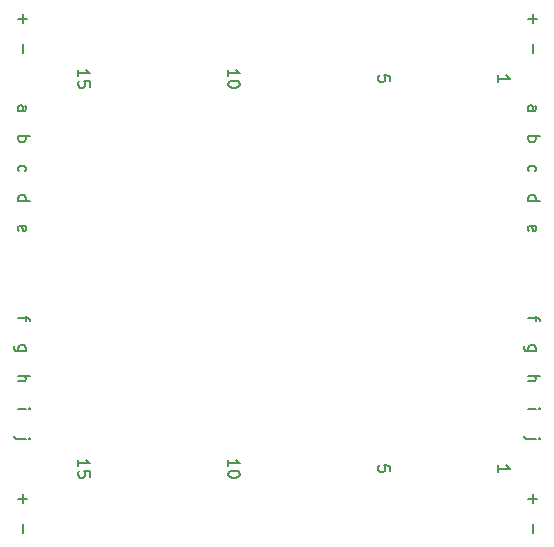
<source format=gbr>
%TF.GenerationSoftware,KiCad,Pcbnew,5.1.9-73d0e3b20d~88~ubuntu20.04.1*%
%TF.CreationDate,2021-01-27T17:21:51-06:00*%
%TF.ProjectId,ProtoPCBs,50726f74-6f50-4434-9273-2e6b69636164,rev?*%
%TF.SameCoordinates,Original*%
%TF.FileFunction,Legend,Top*%
%TF.FilePolarity,Positive*%
%FSLAX46Y46*%
G04 Gerber Fmt 4.6, Leading zero omitted, Abs format (unit mm)*
G04 Created by KiCad (PCBNEW 5.1.9-73d0e3b20d~88~ubuntu20.04.1) date 2021-01-27 17:21:51*
%MOMM*%
%LPD*%
G01*
G04 APERTURE LIST*
%ADD10C,0.150000*%
G04 APERTURE END LIST*
D10*
X190047619Y-66254285D02*
X190571428Y-66254285D01*
X190666666Y-66206666D01*
X190714285Y-66111428D01*
X190714285Y-65920952D01*
X190666666Y-65825714D01*
X190095238Y-66254285D02*
X190047619Y-66159047D01*
X190047619Y-65920952D01*
X190095238Y-65825714D01*
X190190476Y-65778095D01*
X190285714Y-65778095D01*
X190380952Y-65825714D01*
X190428571Y-65920952D01*
X190428571Y-66159047D01*
X190476190Y-66254285D01*
X190047619Y-68365714D02*
X191047619Y-68365714D01*
X190666666Y-68365714D02*
X190714285Y-68460952D01*
X190714285Y-68651428D01*
X190666666Y-68746666D01*
X190619047Y-68794285D01*
X190523809Y-68841904D01*
X190238095Y-68841904D01*
X190142857Y-68794285D01*
X190095238Y-68746666D01*
X190047619Y-68651428D01*
X190047619Y-68460952D01*
X190095238Y-68365714D01*
X190095238Y-71358095D02*
X190047619Y-71262857D01*
X190047619Y-71072380D01*
X190095238Y-70977142D01*
X190142857Y-70929523D01*
X190238095Y-70881904D01*
X190523809Y-70881904D01*
X190619047Y-70929523D01*
X190666666Y-70977142D01*
X190714285Y-71072380D01*
X190714285Y-71262857D01*
X190666666Y-71358095D01*
X190047619Y-73874285D02*
X191047619Y-73874285D01*
X190095238Y-73874285D02*
X190047619Y-73779047D01*
X190047619Y-73588571D01*
X190095238Y-73493333D01*
X190142857Y-73445714D01*
X190238095Y-73398095D01*
X190523809Y-73398095D01*
X190619047Y-73445714D01*
X190666666Y-73493333D01*
X190714285Y-73588571D01*
X190714285Y-73779047D01*
X190666666Y-73874285D01*
X190095238Y-76390476D02*
X190047619Y-76295238D01*
X190047619Y-76104761D01*
X190095238Y-76009523D01*
X190190476Y-75961904D01*
X190571428Y-75961904D01*
X190666666Y-76009523D01*
X190714285Y-76104761D01*
X190714285Y-76295238D01*
X190666666Y-76390476D01*
X190571428Y-76438095D01*
X190476190Y-76438095D01*
X190380952Y-75961904D01*
X190714285Y-83629523D02*
X190714285Y-84010476D01*
X190047619Y-83772380D02*
X190904761Y-83772380D01*
X191000000Y-83820000D01*
X191047619Y-83915238D01*
X191047619Y-84010476D01*
X190714285Y-86574285D02*
X189904761Y-86574285D01*
X189809523Y-86526666D01*
X189761904Y-86479047D01*
X189714285Y-86383809D01*
X189714285Y-86240952D01*
X189761904Y-86145714D01*
X190095238Y-86574285D02*
X190047619Y-86479047D01*
X190047619Y-86288571D01*
X190095238Y-86193333D01*
X190142857Y-86145714D01*
X190238095Y-86098095D01*
X190523809Y-86098095D01*
X190619047Y-86145714D01*
X190666666Y-86193333D01*
X190714285Y-86288571D01*
X190714285Y-86479047D01*
X190666666Y-86574285D01*
X190047619Y-88685714D02*
X191047619Y-88685714D01*
X190047619Y-89114285D02*
X190571428Y-89114285D01*
X190666666Y-89066666D01*
X190714285Y-88971428D01*
X190714285Y-88828571D01*
X190666666Y-88733333D01*
X190619047Y-88685714D01*
X190047619Y-91440000D02*
X190714285Y-91440000D01*
X191047619Y-91440000D02*
X191000000Y-91392380D01*
X190952380Y-91440000D01*
X191000000Y-91487619D01*
X191047619Y-91440000D01*
X190952380Y-91440000D01*
X190714285Y-93980000D02*
X189857142Y-93980000D01*
X189761904Y-93932380D01*
X189714285Y-93837142D01*
X189714285Y-93789523D01*
X191047619Y-93980000D02*
X191000000Y-93932380D01*
X190952380Y-93980000D01*
X191000000Y-94027619D01*
X191047619Y-93980000D01*
X190952380Y-93980000D01*
X190428571Y-101219047D02*
X190428571Y-101980952D01*
X190428571Y-98679047D02*
X190428571Y-99440952D01*
X190047619Y-99060000D02*
X190809523Y-99060000D01*
X190428571Y-58039047D02*
X190428571Y-58800952D01*
X190047619Y-58420000D02*
X190809523Y-58420000D01*
X190428571Y-60579047D02*
X190428571Y-61340952D01*
X233608571Y-60579047D02*
X233608571Y-61340952D01*
X233608571Y-58039047D02*
X233608571Y-58800952D01*
X233227619Y-58420000D02*
X233989523Y-58420000D01*
X233608571Y-98679047D02*
X233608571Y-99440952D01*
X233227619Y-99060000D02*
X233989523Y-99060000D01*
X233608571Y-101219047D02*
X233608571Y-101980952D01*
X233894285Y-93980000D02*
X233037142Y-93980000D01*
X232941904Y-93932380D01*
X232894285Y-93837142D01*
X232894285Y-93789523D01*
X234227619Y-93980000D02*
X234180000Y-93932380D01*
X234132380Y-93980000D01*
X234180000Y-94027619D01*
X234227619Y-93980000D01*
X234132380Y-93980000D01*
X233227619Y-91440000D02*
X233894285Y-91440000D01*
X234227619Y-91440000D02*
X234180000Y-91392380D01*
X234132380Y-91440000D01*
X234180000Y-91487619D01*
X234227619Y-91440000D01*
X234132380Y-91440000D01*
X233227619Y-88685714D02*
X234227619Y-88685714D01*
X233227619Y-89114285D02*
X233751428Y-89114285D01*
X233846666Y-89066666D01*
X233894285Y-88971428D01*
X233894285Y-88828571D01*
X233846666Y-88733333D01*
X233799047Y-88685714D01*
X233894285Y-86574285D02*
X233084761Y-86574285D01*
X232989523Y-86526666D01*
X232941904Y-86479047D01*
X232894285Y-86383809D01*
X232894285Y-86240952D01*
X232941904Y-86145714D01*
X233275238Y-86574285D02*
X233227619Y-86479047D01*
X233227619Y-86288571D01*
X233275238Y-86193333D01*
X233322857Y-86145714D01*
X233418095Y-86098095D01*
X233703809Y-86098095D01*
X233799047Y-86145714D01*
X233846666Y-86193333D01*
X233894285Y-86288571D01*
X233894285Y-86479047D01*
X233846666Y-86574285D01*
X233894285Y-83629523D02*
X233894285Y-84010476D01*
X233227619Y-83772380D02*
X234084761Y-83772380D01*
X234180000Y-83820000D01*
X234227619Y-83915238D01*
X234227619Y-84010476D01*
X233275238Y-76390476D02*
X233227619Y-76295238D01*
X233227619Y-76104761D01*
X233275238Y-76009523D01*
X233370476Y-75961904D01*
X233751428Y-75961904D01*
X233846666Y-76009523D01*
X233894285Y-76104761D01*
X233894285Y-76295238D01*
X233846666Y-76390476D01*
X233751428Y-76438095D01*
X233656190Y-76438095D01*
X233560952Y-75961904D01*
X233227619Y-73874285D02*
X234227619Y-73874285D01*
X233275238Y-73874285D02*
X233227619Y-73779047D01*
X233227619Y-73588571D01*
X233275238Y-73493333D01*
X233322857Y-73445714D01*
X233418095Y-73398095D01*
X233703809Y-73398095D01*
X233799047Y-73445714D01*
X233846666Y-73493333D01*
X233894285Y-73588571D01*
X233894285Y-73779047D01*
X233846666Y-73874285D01*
X233275238Y-71358095D02*
X233227619Y-71262857D01*
X233227619Y-71072380D01*
X233275238Y-70977142D01*
X233322857Y-70929523D01*
X233418095Y-70881904D01*
X233703809Y-70881904D01*
X233799047Y-70929523D01*
X233846666Y-70977142D01*
X233894285Y-71072380D01*
X233894285Y-71262857D01*
X233846666Y-71358095D01*
X233227619Y-68365714D02*
X234227619Y-68365714D01*
X233846666Y-68365714D02*
X233894285Y-68460952D01*
X233894285Y-68651428D01*
X233846666Y-68746666D01*
X233799047Y-68794285D01*
X233703809Y-68841904D01*
X233418095Y-68841904D01*
X233322857Y-68794285D01*
X233275238Y-68746666D01*
X233227619Y-68651428D01*
X233227619Y-68460952D01*
X233275238Y-68365714D01*
X233227619Y-66254285D02*
X233751428Y-66254285D01*
X233846666Y-66206666D01*
X233894285Y-66111428D01*
X233894285Y-65920952D01*
X233846666Y-65825714D01*
X233275238Y-66254285D02*
X233227619Y-66159047D01*
X233227619Y-65920952D01*
X233275238Y-65825714D01*
X233370476Y-65778095D01*
X233465714Y-65778095D01*
X233560952Y-65825714D01*
X233608571Y-65920952D01*
X233608571Y-66159047D01*
X233656190Y-66254285D01*
X221527619Y-96758095D02*
X221527619Y-96281904D01*
X221051428Y-96234285D01*
X221099047Y-96281904D01*
X221146666Y-96377142D01*
X221146666Y-96615238D01*
X221099047Y-96710476D01*
X221051428Y-96758095D01*
X220956190Y-96805714D01*
X220718095Y-96805714D01*
X220622857Y-96758095D01*
X220575238Y-96710476D01*
X220527619Y-96615238D01*
X220527619Y-96377142D01*
X220575238Y-96281904D01*
X220622857Y-96234285D01*
X230687619Y-96805714D02*
X230687619Y-96234285D01*
X230687619Y-96520000D02*
X231687619Y-96520000D01*
X231544761Y-96424761D01*
X231449523Y-96329523D01*
X231401904Y-96234285D01*
X207827619Y-96329523D02*
X207827619Y-95758095D01*
X207827619Y-96043809D02*
X208827619Y-96043809D01*
X208684761Y-95948571D01*
X208589523Y-95853333D01*
X208541904Y-95758095D01*
X208827619Y-96948571D02*
X208827619Y-97043809D01*
X208780000Y-97139047D01*
X208732380Y-97186666D01*
X208637142Y-97234285D01*
X208446666Y-97281904D01*
X208208571Y-97281904D01*
X208018095Y-97234285D01*
X207922857Y-97186666D01*
X207875238Y-97139047D01*
X207827619Y-97043809D01*
X207827619Y-96948571D01*
X207875238Y-96853333D01*
X207922857Y-96805714D01*
X208018095Y-96758095D01*
X208208571Y-96710476D01*
X208446666Y-96710476D01*
X208637142Y-96758095D01*
X208732380Y-96805714D01*
X208780000Y-96853333D01*
X208827619Y-96948571D01*
X195127619Y-96329523D02*
X195127619Y-95758095D01*
X195127619Y-96043809D02*
X196127619Y-96043809D01*
X195984761Y-95948571D01*
X195889523Y-95853333D01*
X195841904Y-95758095D01*
X196127619Y-97234285D02*
X196127619Y-96758095D01*
X195651428Y-96710476D01*
X195699047Y-96758095D01*
X195746666Y-96853333D01*
X195746666Y-97091428D01*
X195699047Y-97186666D01*
X195651428Y-97234285D01*
X195556190Y-97281904D01*
X195318095Y-97281904D01*
X195222857Y-97234285D01*
X195175238Y-97186666D01*
X195127619Y-97091428D01*
X195127619Y-96853333D01*
X195175238Y-96758095D01*
X195222857Y-96710476D01*
X195127619Y-63309523D02*
X195127619Y-62738095D01*
X195127619Y-63023809D02*
X196127619Y-63023809D01*
X195984761Y-62928571D01*
X195889523Y-62833333D01*
X195841904Y-62738095D01*
X196127619Y-64214285D02*
X196127619Y-63738095D01*
X195651428Y-63690476D01*
X195699047Y-63738095D01*
X195746666Y-63833333D01*
X195746666Y-64071428D01*
X195699047Y-64166666D01*
X195651428Y-64214285D01*
X195556190Y-64261904D01*
X195318095Y-64261904D01*
X195222857Y-64214285D01*
X195175238Y-64166666D01*
X195127619Y-64071428D01*
X195127619Y-63833333D01*
X195175238Y-63738095D01*
X195222857Y-63690476D01*
X207827619Y-63309523D02*
X207827619Y-62738095D01*
X207827619Y-63023809D02*
X208827619Y-63023809D01*
X208684761Y-62928571D01*
X208589523Y-62833333D01*
X208541904Y-62738095D01*
X208827619Y-63928571D02*
X208827619Y-64023809D01*
X208780000Y-64119047D01*
X208732380Y-64166666D01*
X208637142Y-64214285D01*
X208446666Y-64261904D01*
X208208571Y-64261904D01*
X208018095Y-64214285D01*
X207922857Y-64166666D01*
X207875238Y-64119047D01*
X207827619Y-64023809D01*
X207827619Y-63928571D01*
X207875238Y-63833333D01*
X207922857Y-63785714D01*
X208018095Y-63738095D01*
X208208571Y-63690476D01*
X208446666Y-63690476D01*
X208637142Y-63738095D01*
X208732380Y-63785714D01*
X208780000Y-63833333D01*
X208827619Y-63928571D01*
X221527619Y-63738095D02*
X221527619Y-63261904D01*
X221051428Y-63214285D01*
X221099047Y-63261904D01*
X221146666Y-63357142D01*
X221146666Y-63595238D01*
X221099047Y-63690476D01*
X221051428Y-63738095D01*
X220956190Y-63785714D01*
X220718095Y-63785714D01*
X220622857Y-63738095D01*
X220575238Y-63690476D01*
X220527619Y-63595238D01*
X220527619Y-63357142D01*
X220575238Y-63261904D01*
X220622857Y-63214285D01*
X230687619Y-63785714D02*
X230687619Y-63214285D01*
X230687619Y-63500000D02*
X231687619Y-63500000D01*
X231544761Y-63404761D01*
X231449523Y-63309523D01*
X231401904Y-63214285D01*
M02*

</source>
